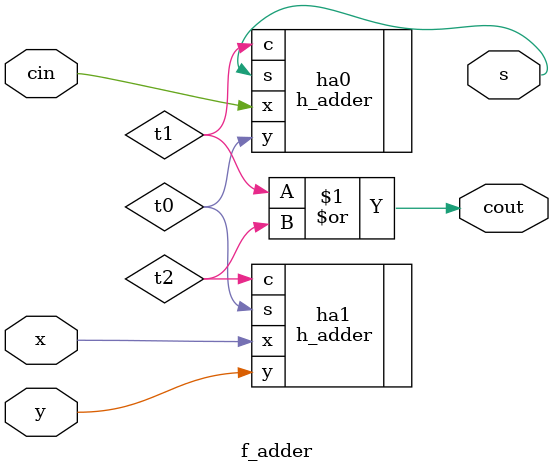
<source format=v>
`timescale 1ns / 1ps


module f_adder(cin, x, y, s, cout);
input cin, x, y;
output s, cout;
wire t0, t1,t2;
h_adder ha0(.x(cin), .y(t0), .s(s), .c(t1));
h_adder ha1(.x(x), .y(y), .s(t0), .c(t2));
assign cout = t1 | t2;
endmodule

</source>
